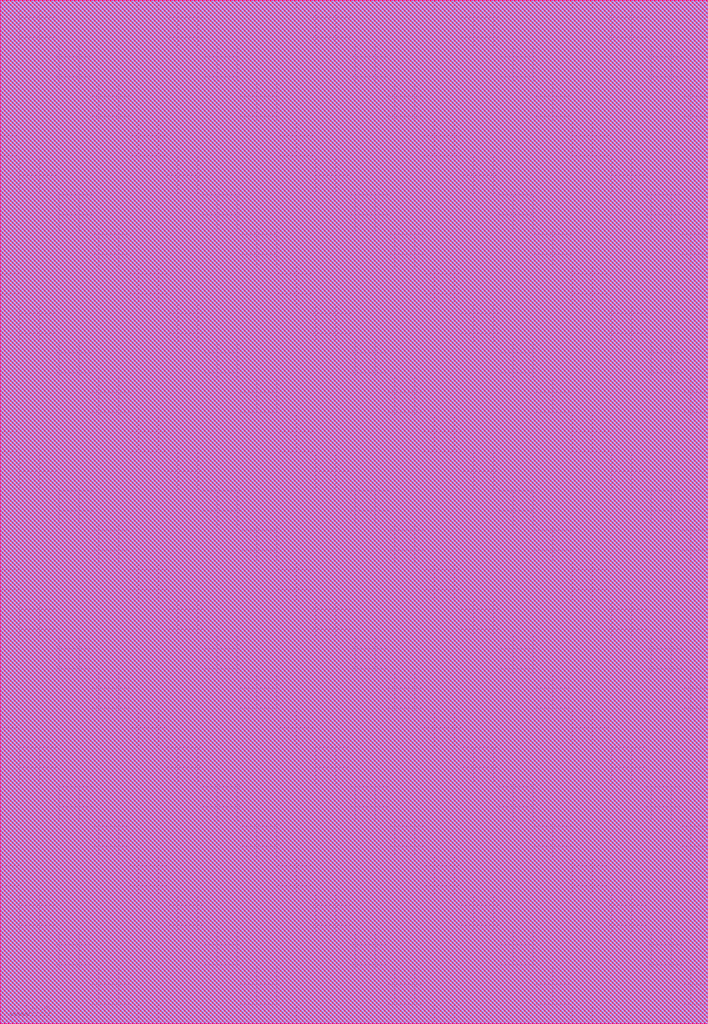
<source format=lef>
VERSION 5.7 ;
  NOWIREEXTENSIONATPIN ON ;
  DIVIDERCHAR "/" ;
  BUSBITCHARS "[]" ;
MACRO caravel
  CLASS BLOCK ;
  FOREIGN caravel ;
  ORIGIN 0.000 0.000 ;
  SIZE 3588.000 BY 5188.000 ;
  OBS
      LAYER li1 ;
        RECT 0.220 0.220 3587.780 5187.705 ;
      LAYER met1 ;
        RECT 0.000 0.000 3588.000 5188.000 ;
      LAYER met2 ;
        RECT 0.000 0.000 3588.000 5188.000 ;
      LAYER met3 ;
        RECT 0.000 0.000 3588.000 5188.000 ;
      LAYER met4 ;
        RECT 0.000 0.000 3588.000 5188.000 ;
      LAYER met5 ;
        RECT 0.000 0.000 3588.000 5188.000 ;
  END
END caravel
END LIBRARY


</source>
